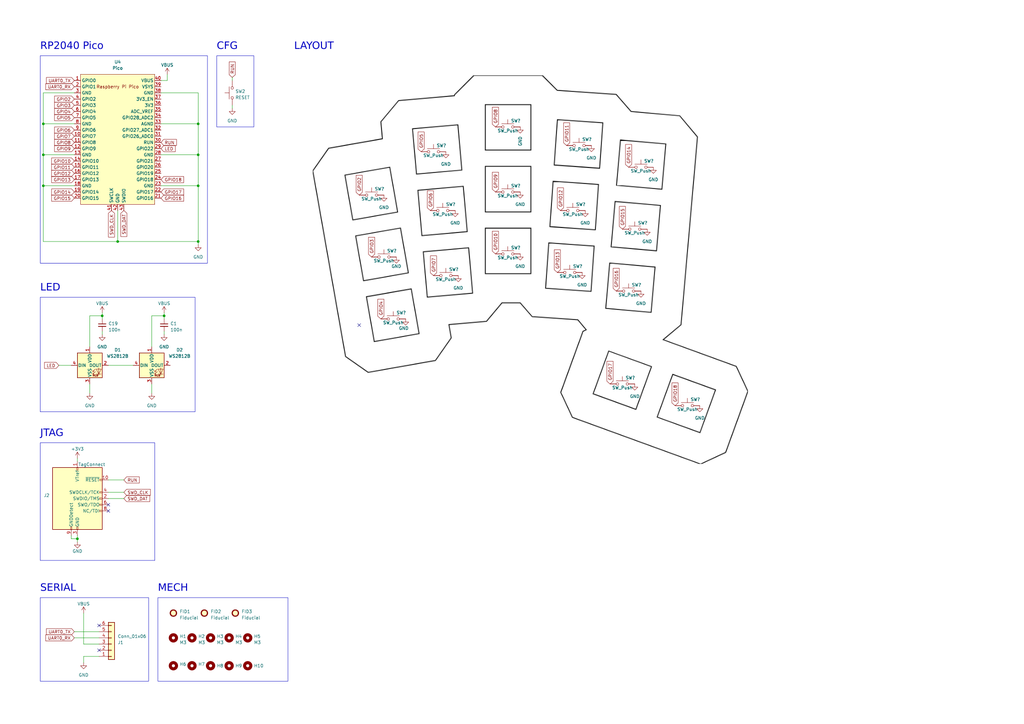
<source format=kicad_sch>
(kicad_sch (version 20230121) (generator eeschema)
  (paper "A3")
  (title_block (title "ergonomisk"))
  (lib_symbols
    (symbol "Connector:Conn_ARM_JTAG_SWD_10" (pin_names (offset 1.016))
      (property "Reference" "J" (at -2.54 16.51 0))
      (property "Value" "Conn_ARM_JTAG_SWD_10" (at -2.54 13.97 0))
      (symbol "Conn_ARM_JTAG_SWD_10_0_1"
        (rectangle (start -10.16 12.7) (end 10.16 -12.7) (stroke (width 0.254)) (fill (type background)))
        (rectangle (start -2.794 -12.7) (end -2.286 -11.684))
        (rectangle (start -0.254 -12.7) (end 0.254 -11.684))
        (rectangle (start -0.254 12.7) (end 0.254 11.684))
        (rectangle (start 9.144 2.286) (end 10.16 2.794))
        (rectangle (start 10.16 -2.794) (end 9.144 -2.286))
        (rectangle (start 10.16 -0.254) (end 9.144 0.254))
        (rectangle (start 10.16 7.874) (end 9.144 7.366))
      )
      (symbol "Conn_ARM_JTAG_SWD_10_1_1"
        (rectangle (start 9.144 -5.334) (end 10.16 -4.826))
        (pin power_in line (at 0 15.24 270) (length 2.54) (name "VTref") (number "1"))
        (pin open_collector line (at 12.7 7.62 180) (length 2.54) (name "~{RESET}") (number "10"))
        (pin bidirectional line (at 12.7 0 180) (length 2.54) (name "SWDIO/TMS") (number "2"))
        (pin power_in line (at 0 -15.24 90) (length 2.54) (name "GND") (number "3"))
        (pin output line (at 12.7 2.54 180) (length 2.54) (name "SWDCLK/TCK") (number "4"))
        (pin passive line (at 0 -15.24 90) (length 2.54) hide (name "GND") (number "5"))
        (pin input line (at 12.7 -2.54 180) (length 2.54) (name "SWO/TDO") (number "6"))
        (pin no_connect line (at -10.16 0 0) (length 2.54) hide (name "KEY") (number "7"))
        (pin output line (at 12.7 -5.08 180) (length 2.54) (name "NC/TDI") (number "8"))
        (pin passive line (at -2.54 -15.24 90) (length 2.54) (name "GNDDetect") (number "9"))
      )
    )
    (symbol "Connector_Generic:Conn_01x06" (pin_names (offset 1.016) hide)
      (property "Reference" "J" (at 0 7.62 0))
      (property "Value" "Conn_01x06" (at 0 -10.16 0))
      (symbol "Conn_01x06_1_1"
        (rectangle (start -1.27 -7.493) (end 0 -7.747) (stroke (width 0.1524)))
        (rectangle (start -1.27 -4.953) (end 0 -5.207) (stroke (width 0.1524)))
        (rectangle (start -1.27 -2.413) (end 0 -2.667) (stroke (width 0.1524)))
        (rectangle (start -1.27 0.127) (end 0 -0.127) (stroke (width 0.1524)))
        (rectangle (start -1.27 2.667) (end 0 2.413) (stroke (width 0.1524)))
        (rectangle (start -1.27 5.207) (end 0 4.953) (stroke (width 0.1524)))
        (rectangle (start -1.27 6.35) (end 1.27 -8.89) (stroke (width 0.254)) (fill (type background)))
        (pin passive line (at -5.08 5.08 0) (length 3.81) (name "Pin_1") (number "1"))
        (pin passive line (at -5.08 2.54 0) (length 3.81) (name "Pin_2") (number "2"))
        (pin passive line (at -5.08 0 0) (length 3.81) (name "Pin_3") (number "3"))
        (pin passive line (at -5.08 -2.54 0) (length 3.81) (name "Pin_4") (number "4"))
        (pin passive line (at -5.08 -5.08 0) (length 3.81) (name "Pin_5") (number "5"))
        (pin passive line (at -5.08 -7.62 0) (length 3.81) (name "Pin_6") (number "6"))
      )
    )
    (symbol "Device:C_Small" (pin_numbers hide) (pin_names (offset 0.254) hide)
      (property "Reference" "C" (at 0.254 1.778 0))
      (property "Value" "C_Small" (at 0.254 -2.032 0))
      (symbol "C_Small_0_1"
        (polyline (pts (xy -1.524 -0.508) (xy 1.524 -0.508)) (stroke (width 0.3302)))
        (polyline (pts (xy -1.524 0.508) (xy 1.524 0.508)) (stroke (width 0.3048)))
      )
      (symbol "C_Small_1_1"
        (pin passive line (at 0 2.54 270) (length 2.032) (name "~") (number "1"))
        (pin passive line (at 0 -2.54 90) (length 2.032) (name "~") (number "2"))
      )
    )
    (symbol "LED:WS2812B" (pin_names (offset 0.254))
      (property "Reference" "D" (at 5.08 5.715 0))
      (property "Value" "WS2812B" (at 1.27 -5.715 0))
      (symbol "WS2812B_0_0"
        (text "RGB" (at 2.286 -4.191 0) (effects (font (size 0.762 0.762))))
      )
      (symbol "WS2812B_0_1"
        (polyline (pts (xy 1.27 -3.556) (xy 1.778 -3.556)))
        (polyline (pts (xy 1.27 -2.54) (xy 1.778 -2.54)))
        (polyline (pts (xy 4.699 -3.556) (xy 2.667 -3.556)))
        (polyline (pts (xy 2.286 -2.54) (xy 1.27 -3.556) (xy 1.27 -3.048)))
        (polyline (pts (xy 2.286 -1.524) (xy 1.27 -2.54) (xy 1.27 -2.032)))
        (polyline (pts (xy 3.683 -1.016) (xy 3.683 -3.556) (xy 3.683 -4.064)))
        (polyline (pts (xy 4.699 -1.524) (xy 2.667 -1.524) (xy 3.683 -3.556) (xy 4.699 -1.524)))
        (rectangle (start 5.08 5.08) (end -5.08 -5.08) (stroke (width 0.254)) (fill (type background)))
      )
      (symbol "WS2812B_1_1"
        (pin power_in line (at 0 7.62 270) (length 2.54) (name "VDD") (number "1"))
        (pin output line (at 7.62 0 180) (length 2.54) (name "DOUT") (number "2"))
        (pin power_in line (at 0 -7.62 90) (length 2.54) (name "VSS") (number "3"))
        (pin input line (at -7.62 0 0) (length 2.54) (name "DIN") (number "4"))
      )
    )
    (symbol "Mechanical:Fiducial"
      (property "Reference" "FID" (at 0 5.08 0))
      (property "Value" "Fiducial" (at 0 3.175 0))
      (symbol "Fiducial_0_1"
        (circle (center 0 0) (radius 1.27) (stroke (width 0.508)) (fill (type background)))
      )
    )
    (symbol "Mechanical:MountingHole" (pin_names (offset 1.016))
      (property "Reference" "H" (at 0 5.08 0))
      (property "Value" "MountingHole" (at 0 3.175 0))
      (symbol "MountingHole_0_1"
        (circle (center 0 0) (radius 1.27) (stroke (width 1.27)))
      )
    )
    (symbol "Switch:SW_Push" (pin_numbers hide) (pin_names (offset 1.016) hide)
      (property "Reference" "SW" (at 1.27 2.54 0))
      (property "Value" "SW_Push" (at 0 -1.524 0))
      (symbol "SW_Push_0_1"
        (circle (center -2.032 0) (radius 0.508))
        (polyline (pts (xy 0 1.27) (xy 0 3.048)))
        (polyline (pts (xy 2.54 1.27) (xy -2.54 1.27)))
        (circle (center 2.032 0) (radius 0.508))
        (pin passive line (at -5.08 0 0) (length 2.54) (name "1") (number "1"))
        (pin passive line (at 5.08 0 180) (length 2.54) (name "2") (number "2"))
      )
    )
    (symbol "pico:Pico"
      (property "Reference" "U" (at -13.97 27.94 0))
      (property "Value" "Pico" (at 0 19.05 0))
      (symbol "Pico_0_0"
        (text "Raspberry Pi Pico" (at 0 21.59 0) (effects (font (size 1.27 1.27))))
      )
      (symbol "Pico_0_1"
        (rectangle (start -15.24 26.67) (end 15.24 -26.67) (fill (type background)))
      )
      (symbol "Pico_1_1"
        (pin bidirectional line (at -17.78 24.13 0) (length 2.54) (name "GPIO0") (number "1"))
        (pin bidirectional line (at -17.78 1.27 0) (length 2.54) (name "GPIO7") (number "10"))
        (pin bidirectional line (at -17.78 -1.27 0) (length 2.54) (name "GPIO8") (number "11"))
        (pin bidirectional line (at -17.78 -3.81 0) (length 2.54) (name "GPIO9") (number "12"))
        (pin power_in line (at -17.78 -6.35 0) (length 2.54) (name "GND") (number "13"))
        (pin bidirectional line (at -17.78 -8.89 0) (length 2.54) (name "GPIO10") (number "14"))
        (pin bidirectional line (at -17.78 -11.43 0) (length 2.54) (name "GPIO11") (number "15"))
        (pin bidirectional line (at -17.78 -13.97 0) (length 2.54) (name "GPIO12") (number "16"))
        (pin bidirectional line (at -17.78 -16.51 0) (length 2.54) (name "GPIO13") (number "17"))
        (pin power_in line (at -17.78 -19.05 0) (length 2.54) (name "GND") (number "18"))
        (pin bidirectional line (at -17.78 -21.59 0) (length 2.54) (name "GPIO14") (number "19"))
        (pin bidirectional line (at -17.78 21.59 0) (length 2.54) (name "GPIO1") (number "2"))
        (pin bidirectional line (at -17.78 -24.13 0) (length 2.54) (name "GPIO15") (number "20"))
        (pin bidirectional line (at 17.78 -24.13 180) (length 2.54) (name "GPIO16") (number "21"))
        (pin bidirectional line (at 17.78 -21.59 180) (length 2.54) (name "GPIO17") (number "22"))
        (pin power_in line (at 17.78 -19.05 180) (length 2.54) (name "GND") (number "23"))
        (pin bidirectional line (at 17.78 -16.51 180) (length 2.54) (name "GPIO18") (number "24"))
        (pin bidirectional line (at 17.78 -13.97 180) (length 2.54) (name "GPIO19") (number "25"))
        (pin bidirectional line (at 17.78 -11.43 180) (length 2.54) (name "GPIO20") (number "26"))
        (pin bidirectional line (at 17.78 -8.89 180) (length 2.54) (name "GPIO21") (number "27"))
        (pin power_in line (at 17.78 -6.35 180) (length 2.54) (name "GND") (number "28"))
        (pin bidirectional line (at 17.78 -3.81 180) (length 2.54) (name "GPIO22") (number "29"))
        (pin power_in line (at -17.78 19.05 0) (length 2.54) (name "GND") (number "3"))
        (pin input line (at 17.78 -1.27 180) (length 2.54) (name "RUN") (number "30"))
        (pin bidirectional line (at 17.78 1.27 180) (length 2.54) (name "GPIO26_ADC0") (number "31"))
        (pin bidirectional line (at 17.78 3.81 180) (length 2.54) (name "GPIO27_ADC1") (number "32"))
        (pin power_in line (at 17.78 6.35 180) (length 2.54) (name "AGND") (number "33"))
        (pin bidirectional line (at 17.78 8.89 180) (length 2.54) (name "GPIO28_ADC2") (number "34"))
        (pin power_in line (at 17.78 11.43 180) (length 2.54) (name "ADC_VREF") (number "35"))
        (pin power_in line (at 17.78 13.97 180) (length 2.54) (name "3V3") (number "36"))
        (pin input line (at 17.78 16.51 180) (length 2.54) (name "3V3_EN") (number "37"))
        (pin bidirectional line (at 17.78 19.05 180) (length 2.54) (name "GND") (number "38"))
        (pin power_in line (at 17.78 21.59 180) (length 2.54) (name "VSYS") (number "39"))
        (pin bidirectional line (at -17.78 16.51 0) (length 2.54) (name "GPIO2") (number "4"))
        (pin power_in line (at 17.78 24.13 180) (length 2.54) (name "VBUS") (number "40"))
        (pin input line (at -2.54 -29.21 90) (length 2.54) (name "SWCLK") (number "41"))
        (pin power_in line (at 0 -29.21 90) (length 2.54) (name "GND") (number "42"))
        (pin bidirectional line (at 2.54 -29.21 90) (length 2.54) (name "SWDIO") (number "43"))
        (pin bidirectional line (at -17.78 13.97 0) (length 2.54) (name "GPIO3") (number "5"))
        (pin bidirectional line (at -17.78 11.43 0) (length 2.54) (name "GPIO4") (number "6"))
        (pin bidirectional line (at -17.78 8.89 0) (length 2.54) (name "GPIO5") (number "7"))
        (pin power_in line (at -17.78 6.35 0) (length 2.54) (name "GND") (number "8"))
        (pin bidirectional line (at -17.78 3.81 0) (length 2.54) (name "GPIO6") (number "9"))
      )
    )
    (symbol "power:+3V3" (power) (pin_names (offset 0))
      (property "Value" "+3V3" (at 0 3.556 0))
      (symbol "+3V3_0_1"
        (polyline (pts (xy -0.762 1.27) (xy 0 2.54)))
        (polyline (pts (xy 0 0) (xy 0 2.54)))
        (polyline (pts (xy 0 2.54) (xy 0.762 1.27)))
      )
      (symbol "+3V3_1_1"
        (pin power_in line (at 0 0 90) (length 0) hide (name "+3V3") (number "1"))
      )
    )
    (symbol "power:GND" (power) (pin_names (offset 0))
      (property "Value" "GND" (at 0 -3.81 0))
      (symbol "GND_0_1"
        (polyline (pts (xy 0 0) (xy 0 -1.27) (xy 1.27 -1.27) (xy 0 -2.54) (xy -1.27 -1.27) (xy 0 -1.27)))
      )
      (symbol "GND_1_1"
        (pin power_in line (at 0 0 270) (length 0) hide (name "GND") (number "1"))
      )
    )
    (symbol "power:VBUS" (power) (pin_names (offset 0))
      (property "Value" "VBUS" (at 0 3.81 0))
      (symbol "VBUS_0_1"
        (polyline (pts (xy -0.762 1.27) (xy 0 2.54)))
        (polyline (pts (xy 0 0) (xy 0 2.54)))
        (polyline (pts (xy 0 2.54) (xy 0.762 1.27)))
      )
      (symbol "VBUS_1_1"
        (pin power_in line (at 0 0 90) (length 0) hide (name "VBUS") (number "1"))
      )
    )
  )
  (junction (at 81.28 50.8))
  (junction (at 81.28 76.2))
  (junction (at 67.31 129.54))
  (junction (at 17.78 76.2))
  (junction (at 41.91 129.54))
  (junction (at 17.78 50.8))
  (junction (at 48.26 99.06))
  (junction (at 81.28 99.06))
  (junction (at 31.75 220.98))
  (junction (at 17.78 63.5))
  (junction (at 81.28 63.5))
  (no_connect (at 40.64 256.54))
  (no_connect (at 147.32 133.35))
  (no_connect (at 44.45 207.01))
  (no_connect (at 44.45 209.55))
  (no_connect (at 40.64 266.7))
  (wire (pts (xy 81.28 63.5) (xy 81.28 50.8)))
  (wire (pts (xy 81.28 76.2) (xy 81.28 63.5)))
  (wire (pts (xy 81.28 38.1) (xy 66.04 38.1)))
  (wire (pts (xy 34.29 269.24) (xy 34.29 271.78)))
  (wire (pts (xy 67.31 129.54) (xy 67.31 130.81)))
  (wire (pts (xy 30.48 50.8) (xy 17.78 50.8)))
  (wire (pts (xy 31.75 187.96) (xy 31.75 189.23)))
  (wire (pts (xy 44.45 149.86) (xy 54.61 149.86)))
  (wire (pts (xy 95.25 31.75) (xy 95.25 33.02)))
  (wire (pts (xy 41.91 135.89) (xy 41.91 137.16)))
  (wire (pts (xy 67.31 128.27) (xy 67.31 129.54)))
  (wire (pts (xy 31.75 219.71) (xy 31.75 220.98)))
  (wire (pts (xy 17.78 99.06) (xy 17.78 76.2)))
  (wire (pts (xy 81.28 100.33) (xy 81.28 99.06)))
  (wire (pts (xy 44.45 204.47) (xy 50.8 204.47)))
  (wire (pts (xy 30.48 38.1) (xy 17.78 38.1)))
  (wire (pts (xy 66.04 50.8) (xy 81.28 50.8)))
  (wire (pts (xy 17.78 76.2) (xy 30.48 76.2)))
  (wire (pts (xy 36.83 157.48) (xy 36.83 161.29)))
  (wire (pts (xy 30.48 261.62) (xy 40.64 261.62)))
  (wire (pts (xy 40.64 264.16) (xy 34.29 264.16)))
  (wire (pts (xy 48.26 86.36) (xy 48.26 99.06)))
  (wire (pts (xy 68.58 33.02) (xy 66.04 33.02)))
  (wire (pts (xy 81.28 99.06) (xy 81.28 76.2)))
  (wire (pts (xy 30.48 63.5) (xy 17.78 63.5)))
  (wire (pts (xy 31.75 220.98) (xy 31.75 222.25)))
  (wire (pts (xy 29.21 219.71) (xy 29.21 220.98)))
  (wire (pts (xy 66.04 76.2) (xy 81.28 76.2)))
  (wire (pts (xy 17.78 50.8) (xy 17.78 63.5)))
  (wire (pts (xy 34.29 264.16) (xy 34.29 251.46)))
  (wire (pts (xy 29.21 220.98) (xy 31.75 220.98)))
  (wire (pts (xy 17.78 63.5) (xy 17.78 76.2)))
  (wire (pts (xy 40.64 269.24) (xy 34.29 269.24)))
  (wire (pts (xy 66.04 63.5) (xy 81.28 63.5)))
  (wire (pts (xy 48.26 99.06) (xy 81.28 99.06)))
  (wire (pts (xy 67.31 135.89) (xy 67.31 137.16)))
  (wire (pts (xy 95.25 43.18) (xy 95.25 44.45)))
  (wire (pts (xy 24.13 149.86) (xy 29.21 149.86)))
  (wire (pts (xy 36.83 142.24) (xy 36.83 129.54)))
  (wire (pts (xy 44.45 196.85) (xy 50.8 196.85)))
  (wire (pts (xy 17.78 38.1) (xy 17.78 50.8)))
  (wire (pts (xy 68.58 30.48) (xy 68.58 33.02)))
  (wire (pts (xy 62.23 157.48) (xy 62.23 161.29)))
  (wire (pts (xy 62.23 142.24) (xy 62.23 129.54)))
  (wire (pts (xy 81.28 50.8) (xy 81.28 38.1)))
  (wire (pts (xy 48.26 99.06) (xy 17.78 99.06)))
  (wire (pts (xy 36.83 129.54) (xy 41.91 129.54)))
  (wire (pts (xy 30.48 259.08) (xy 40.64 259.08)))
  (wire (pts (xy 41.91 129.54) (xy 41.91 130.81)))
  (wire (pts (xy 41.91 128.27) (xy 41.91 129.54)))
  (wire (pts (xy 62.23 129.54) (xy 67.31 129.54)))
  (wire (pts (xy 44.45 201.93) (xy 50.8 201.93)))
  (rectangle (start 16.51 245.11) (end 60.96 279.4))
  (rectangle (start 16.51 181.61) (end 63.5 229.87))
  (rectangle (start 16.51 22.86) (end 85.09 107.95))
  (rectangle (start 88.9 22.86) (end 104.14 52.07))
  (rectangle (start 16.51 121.92) (end 80.01 168.91))
  (rectangle (start 64.77 245.11) (end 118.11 279.4))
  (image (at 217.17 110.49) (scale 2.21912))
  (text "JTAG" (at 16.51 180.34 0) (effects (font (size 3 3)) (justify left bottom)))
  (text "CFG" (at 88.9 21.59 0) (effects (font (size 3 3)) (justify left bottom)))
  (text "MECH" (at 64.77 243.84 0) (effects (font (size 3 3)) (justify left bottom)))
  (text "SERIAL" (at 16.51 243.84 0) (effects (font (size 3 3)) (justify left bottom)))
  (text "LAYOUT" (at 120.65 21.59 0) (effects (font (size 3 3)) (justify left bottom)))
  (text "LED" (at 16.51 120.65 0) (effects (font (size 3 3)) (justify left bottom)))
  (text "RP2040 Pico" (at 16.51 21.59 0) (effects (font (size 3 3)) (justify left bottom)))
  (global_label "GPIO11" (shape input) (at 232.41 59.69 90) (property "Intersheetrefs" "${INTERSHEET_REFS}" (effects hide)))
  (global_label "GPIO6" (shape input) (at 30.48 53.34 180) (property "Intersheetrefs" "${INTERSHEET_REFS}" (effects hide)))
  (global_label "GPIO3" (shape input) (at 30.48 43.18 180) (property "Intersheetrefs" "${INTERSHEET_REFS}" (effects hide)))
  (global_label "GPIO9" (shape input) (at 203.2 78.74 90) (property "Intersheetrefs" "${INTERSHEET_REFS}" (effects hide)))
  (global_label "GPIO16" (shape input) (at 66.04 81.28 0) (property "Intersheetrefs" "${INTERSHEET_REFS}" (effects hide)))
  (global_label "GPIO18" (shape input) (at 276.86 166.37 90) (property "Intersheetrefs" "${INTERSHEET_REFS}" (effects hide)))
  (global_label "GPIO8" (shape input) (at 30.48 58.42 180) (property "Intersheetrefs" "${INTERSHEET_REFS}" (effects hide)))
  (global_label "GPIO14" (shape input) (at 257.81 68.58 90) (property "Intersheetrefs" "${INTERSHEET_REFS}" (effects hide)))
  (global_label "UART0_RX" (shape input) (at 30.48 35.56 180) (property "Intersheetrefs" "${INTERSHEET_REFS}" (effects hide)))
  (global_label "GPIO3" (shape input) (at 152.4 105.41 90) (property "Intersheetrefs" "${INTERSHEET_REFS}" (effects hide)))
  (global_label "GPIO7" (shape input) (at 177.8 113.03 90) (property "Intersheetrefs" "${INTERSHEET_REFS}" (effects hide)))
  (global_label "RUN" (shape input) (at 50.8 196.85 0) (property "Intersheetrefs" "${INTERSHEET_REFS}" (effects hide)))
  (global_label "UART0_TX" (shape input) (at 30.48 259.08 180) (property "Intersheetrefs" "${INTERSHEET_REFS}" (effects hide)))
  (global_label "GPIO9" (shape input) (at 30.48 60.96 180) (property "Intersheetrefs" "${INTERSHEET_REFS}" (effects hide)))
  (global_label "LED" (shape input) (at 24.13 149.86 180) (property "Intersheetrefs" "${INTERSHEET_REFS}" (effects hide)))
  (global_label "GPIO2" (shape input) (at 147.32 80.01 90) (property "Intersheetrefs" "${INTERSHEET_REFS}" (effects hide)))
  (global_label "GPIO12" (shape input) (at 229.87 86.36 90) (property "Intersheetrefs" "${INTERSHEET_REFS}" (effects hide)))
  (global_label "GPIO13" (shape input) (at 30.48 73.66 180) (property "Intersheetrefs" "${INTERSHEET_REFS}" (effects hide)))
  (global_label "GPIO8" (shape input) (at 203.2 52.07 90) (property "Intersheetrefs" "${INTERSHEET_REFS}" (effects hide)))
  (global_label "GPIO17" (shape input) (at 66.04 78.74 0) (property "Intersheetrefs" "${INTERSHEET_REFS}" (effects hide)))
  (global_label "UART0_TX" (shape input) (at 30.48 33.02 180) (property "Intersheetrefs" "${INTERSHEET_REFS}" (effects hide)))
  (global_label "GPIO7" (shape input) (at 30.48 55.88 180) (property "Intersheetrefs" "${INTERSHEET_REFS}" (effects hide)))
  (global_label "SWD_CLK" (shape input) (at 45.72 86.36 270) (property "Intersheetrefs" "${INTERSHEET_REFS}" (effects hide)))
  (global_label "GPIO18" (shape input) (at 66.04 73.66 0) (property "Intersheetrefs" "${INTERSHEET_REFS}" (effects hide)))
  (global_label "GPIO12" (shape input) (at 30.48 71.12 180) (property "Intersheetrefs" "${INTERSHEET_REFS}" (effects hide)))
  (global_label "GPIO10" (shape input) (at 203.2 104.14 90) (property "Intersheetrefs" "${INTERSHEET_REFS}" (effects hide)))
  (global_label "GPIO11" (shape input) (at 30.48 68.58 180) (property "Intersheetrefs" "${INTERSHEET_REFS}" (effects hide)))
  (global_label "GPIO13" (shape input) (at 228.6 111.76 90) (property "Intersheetrefs" "${INTERSHEET_REFS}" (effects hide)))
  (global_label "RUN" (shape input) (at 66.04 58.42 0) (property "Intersheetrefs" "${INTERSHEET_REFS}" (effects hide)))
  (global_label "GPIO5" (shape input) (at 30.48 48.26 180) (property "Intersheetrefs" "${INTERSHEET_REFS}" (effects hide)))
  (global_label "GPIO10" (shape input) (at 30.48 66.04 180) (property "Intersheetrefs" "${INTERSHEET_REFS}" (effects hide)))
  (global_label "UART0_RX" (shape input) (at 30.48 261.62 180) (property "Intersheetrefs" "${INTERSHEET_REFS}" (effects hide)))
  (global_label "LED" (shape input) (at 66.04 60.96 0) (property "Intersheetrefs" "${INTERSHEET_REFS}" (effects hide)))
  (global_label "SWD_CLK" (shape input) (at 50.8 201.93 0) (property "Intersheetrefs" "${INTERSHEET_REFS}" (effects hide)))
  (global_label "SWD_DAT" (shape input) (at 50.8 204.47 0) (property "Intersheetrefs" "${INTERSHEET_REFS}" (effects hide)))
  (global_label "GPIO15" (shape input) (at 30.48 81.28 180) (property "Intersheetrefs" "${INTERSHEET_REFS}" (effects hide)))
  (global_label "GPIO5" (shape input) (at 172.72 62.23 90) (property "Intersheetrefs" "${INTERSHEET_REFS}" (effects hide)))
  (global_label "GPIO16" (shape input) (at 252.73 119.38 90) (property "Intersheetrefs" "${INTERSHEET_REFS}" (effects hide)))
  (global_label "GPIO4" (shape input) (at 30.48 45.72 180) (property "Intersheetrefs" "${INTERSHEET_REFS}" (effects hide)))
  (global_label "SWD_DAT" (shape input) (at 50.8 86.36 270) (property "Intersheetrefs" "${INTERSHEET_REFS}" (effects hide)))
  (global_label "GPIO17" (shape input) (at 250.19 157.48 90) (property "Intersheetrefs" "${INTERSHEET_REFS}" (effects hide)))
  (global_label "GPIO14" (shape input) (at 30.48 78.74 180) (property "Intersheetrefs" "${INTERSHEET_REFS}" (effects hide)))
  (global_label "GPIO4" (shape input) (at 156.21 130.81 90) (property "Intersheetrefs" "${INTERSHEET_REFS}" (effects hide)))
  (global_label "GPIO15" (shape input) (at 255.27 93.98 90) (property "Intersheetrefs" "${INTERSHEET_REFS}" (effects hide)))
  (global_label "GPIO2" (shape input) (at 30.48 40.64 180) (property "Intersheetrefs" "${INTERSHEET_REFS}" (effects hide)))
  (global_label "GPIO6" (shape input) (at 176.53 86.36 90) (property "Intersheetrefs" "${INTERSHEET_REFS}" (effects hide)))
  (global_label "RUN" (shape input) (at 95.25 31.75 90) (property "Intersheetrefs" "${INTERSHEET_REFS}" (effects hide)))
  (symbol (lib_id "power:GND") (at 36.83 161.29 0) (unit 1)
    (property "Reference" "#PWR052" (effects hide))
    (property "Value" "GND" (at 36.83 166.37 0))
  )
  (symbol (lib_id "power:GND") (at 41.91 137.16 0) (unit 1)
    (property "Reference" "#PWR054" (effects hide))
    (property "Value" "GND" (at 41.91 142.24 0))
  )
  (symbol (lib_id "power:GND") (at 95.25 44.45 0) (unit 1)
    (property "Reference" "#PWR045" (effects hide))
    (property "Value" "GND" (at 95.25 49.53 0))
  )
  (symbol (lib_id "LED:WS2812B") (at 36.83 149.86 0) (unit 1)
    (property "Reference" "D1" (at 48.26 143.51 0))
    (property "Value" "WS2812B" (at 48.26 146.05 0))
    (property "Footprint" "LED_SMD:LED_WS2812B_PLCC4_5.0x5.0mm_P3.2mm" (effects hide))
    (property "Datasheet" "https://cdn-shop.adafruit.com/datasheets/WS2812B.pdf" (effects hide))
    (property "MPN" "C2874885" (effects hide))
  )
  (symbol (lib_id "Switch:SW_Push") (at 281.94 166.37 0) (unit 1)
    (property "Reference" "SW?" (at 283.21 163.83 0) (effects (justify left)))
    (property "Value" "SW_Push" (at 281.94 167.894 0))
    (property "Footprint" "PCM_Switch_Keyboard_Hotswap_Kailh:SW_Hotswap_Kailh_MX" (effects hide))
    (property "MPN" "C5156480" (effects hide))
  )
  (symbol (lib_id "power:GND") (at 81.28 100.33 0) (unit 1)
    (property "Reference" "#PWR04" (effects hide))
    (property "Value" "GND" (at 81.28 105.41 0))
  )
  (symbol (lib_id "power:GND") (at 34.29 271.78 0) (unit 1)
    (property "Reference" "#PWR055" (effects hide))
    (property "Value" "GND" (at 34.29 276.86 0))
  )
  (symbol (lib_id "Switch:SW_Push") (at 208.28 104.14 0) (unit 1)
    (property "Reference" "SW?" (at 209.55 101.6 0) (effects (justify left)))
    (property "Value" "SW_Push" (at 208.28 105.664 0))
    (property "Footprint" "PCM_Switch_Keyboard_Hotswap_Kailh:SW_Hotswap_Kailh_MX" (effects hide))
    (property "MPN" "C5156480" (effects hide))
  )
  (symbol (lib_id "Mechanical:MountingHole") (at 93.98 273.05 0) (unit 1)
    (property "Reference" "H9" (at 96.52 273.05 0) (effects (justify left)))
    (property "Value" "MountingHole" (effects hide))
    (property "Footprint" "ergonomisk:MountingHoleM8" (effects hide))
  )
  (symbol (lib_id "power:GND") (at 262.89 119.38 0) (unit 1)
    (property "Reference" "#PWR015" (effects hide))
    (property "Value" "GND" (at 262.89 124.46 0))
  )
  (symbol (lib_id "power:GND") (at 265.43 93.98 0) (unit 1)
    (property "Reference" "#PWR014" (effects hide))
    (property "Value" "GND" (at 265.43 99.06 0))
  )
  (symbol (lib_id "Switch:SW_Push") (at 257.81 119.38 0) (unit 1)
    (property "Reference" "SW?" (at 259.08 116.84 0) (effects (justify left)))
    (property "Value" "SW_Push" (at 257.81 120.904 0))
    (property "Footprint" "PCM_Switch_Keyboard_Hotswap_Kailh:SW_Hotswap_Kailh_MX" (effects hide))
    (property "MPN" "C5156480" (effects hide))
  )
  (symbol (lib_id "Mechanical:MountingHole") (at 86.36 261.62 0) (unit 1)
    (property "Reference" "H3" (at 88.9 260.985 0) (effects (justify left)))
    (property "Value" "M3" (at 88.9 263.525 0) (effects (justify left)))
    (property "Footprint" "MountingHole:MountingHole_3.2mm_M3_ISO14580" (effects hide))
  )
  (symbol (lib_id "power:GND") (at 238.76 111.76 0) (unit 1)
    (property "Reference" "#PWR012" (effects hide))
    (property "Value" "GND" (at 238.76 116.84 0))
  )
  (symbol (lib_id "Device:C_Small") (at 41.91 133.35 0) (unit 1)
    (property "Reference" "C19" (at 44.45 132.7213 0) (effects (justify left)))
    (property "Value" "100n" (at 44.45 135.2613 0) (effects (justify left)))
    (property "Footprint" "Capacitor_SMD:C_0402_1005Metric" (effects hide))
  )
  (symbol (lib_id "Mechanical:MountingHole") (at 78.74 261.62 0) (unit 1)
    (property "Reference" "H2" (at 81.28 260.985 0) (effects (justify left)))
    (property "Value" "M3" (at 81.28 263.525 0) (effects (justify left)))
    (property "Footprint" "MountingHole:MountingHole_3.2mm_M3_ISO14580" (effects hide))
  )
  (symbol (lib_id "power:VBUS") (at 41.91 128.27 0) (unit 1)
    (property "Reference" "#PWR053" (effects hide))
    (property "Value" "VBUS" (at 41.91 124.46 0))
  )
  (symbol (lib_id "Connector:Conn_ARM_JTAG_SWD_10") (at 31.75 204.47 0) (unit 1)
    (property "Reference" "J2" (at 20.32 203.2 0) (effects (justify right)))
    (property "Value" "TagConnect" (at 43.18 190.5 0) (effects (justify right)))
    (property "Footprint" "Connector:Tag-Connect_TC2050-IDC-FP_2x05_P1.27mm_Vertical" (effects hide))
    (property "Datasheet" "http://infocenter.arm.com/help/topic/com.arm.doc.ddi0314h/DDI0314H_coresight_components_trm.pdf" (effects hide))
  )
  (symbol (lib_id "Mechanical:MountingHole") (at 93.98 261.62 0) (unit 1)
    (property "Reference" "H4" (at 96.52 260.985 0) (effects (justify left)))
    (property "Value" "M3" (at 96.52 263.525 0) (effects (justify left)))
    (property "Footprint" "MountingHole:MountingHole_3.2mm_M3_ISO14580" (effects hide))
  )
  (symbol (lib_id "Switch:SW_Push") (at 260.35 93.98 0) (unit 1)
    (property "Reference" "SW?" (at 261.62 91.44 0) (effects (justify left)))
    (property "Value" "SW_Push" (at 260.35 95.504 0))
    (property "Footprint" "PCM_Switch_Keyboard_Hotswap_Kailh:SW_Hotswap_Kailh_MX" (effects hide))
    (property "MPN" "C5156480" (effects hide))
  )
  (symbol (lib_id "power:GND") (at 182.88 62.23 0) (unit 1)
    (property "Reference" "#PWR028" (effects hide))
    (property "Value" "GND" (at 182.88 67.31 0))
  )
  (symbol (lib_id "power:VBUS") (at 34.29 251.46 0) (unit 1)
    (property "Reference" "#PWR056" (effects hide))
    (property "Value" "VBUS" (at 34.29 247.65 0))
  )
  (symbol (lib_id "power:GND") (at 31.75 222.25 0) (unit 1)
    (property "Reference" "#PWR057" (effects hide))
    (property "Value" "GND" (at 31.75 226.06 0))
  )
  (symbol (lib_id "Device:C_Small") (at 67.31 133.35 0) (unit 1)
    (property "Reference" "C1" (at 69.85 132.7213 0) (effects (justify left)))
    (property "Value" "100n" (at 69.85 135.2613 0) (effects (justify left)))
    (property "Footprint" "Capacitor_SMD:C_0402_1005Metric" (effects hide))
  )
  (symbol (lib_id "power:GND") (at 186.69 86.36 0) (unit 1)
    (property "Reference" "#PWR029" (effects hide))
    (property "Value" "GND" (at 186.69 91.44 0))
  )
  (symbol (lib_id "power:GND") (at 260.35 157.48 0) (unit 1)
    (property "Reference" "#PWR016" (effects hide))
    (property "Value" "GND" (at 260.35 162.56 0))
  )
  (symbol (lib_id "power:VBUS") (at 67.31 128.27 0) (unit 1)
    (property "Reference" "#PWR02" (effects hide))
    (property "Value" "VBUS" (at 67.31 124.46 0))
  )
  (symbol (lib_id "Switch:SW_Push") (at 181.61 86.36 0) (unit 1)
    (property "Reference" "SW?" (at 182.88 83.82 0) (effects (justify left)))
    (property "Value" "SW_Push" (at 181.61 87.884 0))
    (property "Footprint" "PCM_Switch_Keyboard_Hotswap_Kailh:SW_Hotswap_Kailh_MX" (effects hide))
    (property "MPN" "C5156480" (effects hide))
  )
  (symbol (lib_id "power:GND") (at 240.03 86.36 0) (unit 1)
    (property "Reference" "#PWR011" (effects hide))
    (property "Value" "GND" (at 240.03 91.44 0))
  )
  (symbol (lib_id "power:+3V3") (at 31.75 187.96 0) (unit 1)
    (property "Reference" "#PWR058" (effects hide))
    (property "Value" "+3V3" (at 31.75 184.15 0))
  )
  (symbol (lib_id "power:GND") (at 213.36 104.14 0) (unit 1)
    (property "Reference" "#PWR033" (effects hide))
    (property "Value" "GND" (at 213.36 109.22 0))
  )
  (symbol (lib_id "power:GND") (at 157.48 80.01 0) (unit 1)
    (property "Reference" "#PWR025" (effects hide))
    (property "Value" "GND" (at 157.48 85.09 0))
  )
  (symbol (lib_id "LED:WS2812B") (at 62.23 149.86 0) (unit 1)
    (property "Reference" "D2" (at 73.66 143.51 0))
    (property "Value" "WS2812B" (at 73.66 146.05 0))
    (property "Footprint" "LED_SMD:LED_WS2812B_PLCC4_5.0x5.0mm_P3.2mm" (effects hide))
    (property "Datasheet" "https://cdn-shop.adafruit.com/datasheets/WS2812B.pdf" (effects hide))
    (property "MPN" "C2874885" (effects hide))
  )
  (symbol (lib_id "Connector_Generic:Conn_01x06") (at 45.72 264.16 0) (mirror x) (unit 1)
    (property "Reference" "J1" (at 48.26 263.525 0) (effects (justify left)))
    (property "Value" "Conn_01x06" (at 48.26 260.985 0) (effects (justify left)))
    (property "Footprint" "Connector_PinHeader_2.54mm:PinHeader_1x06_P2.54mm_Vertical" (effects hide))
    (property "MPN" "DNP" (effects hide))
  )
  (symbol (lib_id "pico:Pico") (at 48.26 57.15 0) (unit 1)
    (property "Reference" "U4" (at 48.26 25.4 0))
    (property "Value" "Pico" (at 48.26 27.94 0))
    (property "Footprint" "ergonomisk:RPi_Pico_SMD_TH" (effects hide))
  )
  (symbol (lib_id "power:GND") (at 267.97 68.58 0) (unit 1)
    (property "Reference" "#PWR013" (effects hide))
    (property "Value" "GND" (at 267.97 73.66 0))
  )
  (symbol (lib_id "Switch:SW_Push") (at 161.29 130.81 0) (unit 1)
    (property "Reference" "SW?" (at 162.56 128.27 0) (effects (justify left)))
    (property "Value" "SW_Push" (at 161.29 132.334 0))
    (property "Footprint" "PCM_Switch_Keyboard_Hotswap_Kailh:SW_Hotswap_Kailh_MX" (effects hide))
    (property "MPN" "C5156480" (effects hide))
  )
  (symbol (lib_id "Mechanical:Fiducial") (at 71.12 251.46 0) (unit 1)
    (property "Reference" "FID1" (at 73.66 250.825 0) (effects (justify left)))
    (property "Value" "Fiducial" (at 73.66 253.365 0) (effects (justify left)))
    (property "Footprint" "Fiducial:Fiducial_1mm_Mask2mm" (effects hide))
  )
  (symbol (lib_id "Switch:SW_Push") (at 237.49 59.69 0) (unit 1)
    (property "Reference" "SW?" (at 238.76 57.15 0) (effects (justify left)))
    (property "Value" "SW_Push" (at 237.49 61.214 0))
    (property "Footprint" "PCM_Switch_Keyboard_Hotswap_Kailh:SW_Hotswap_Kailh_MX" (effects hide))
    (property "MPN" "C5156480" (effects hide))
  )
  (symbol (lib_id "power:GND") (at 213.36 52.07 0) (unit 1)
    (property "Reference" "#PWR031" (effects hide))
    (property "Value" "GND" (at 213.36 55.88 90) (effects (justify right)))
  )
  (symbol (lib_id "Mechanical:Fiducial") (at 96.52 251.46 0) (unit 1)
    (property "Reference" "FID3" (at 99.06 250.825 0) (effects (justify left)))
    (property "Value" "Fiducial" (at 99.06 253.365 0) (effects (justify left)))
    (property "Footprint" "Fiducial:Fiducial_1mm_Mask2mm" (effects hide))
  )
  (symbol (lib_id "Switch:SW_Push") (at 255.27 157.48 0) (unit 1)
    (property "Reference" "SW?" (at 256.54 154.94 0) (effects (justify left)))
    (property "Value" "SW_Push" (at 255.27 159.004 0))
    (property "Footprint" "PCM_Switch_Keyboard_Hotswap_Kailh:SW_Hotswap_Kailh_MX" (effects hide))
    (property "MPN" "C5156480" (effects hide))
  )
  (symbol (lib_id "Mechanical:MountingHole") (at 71.12 273.05 0) (unit 1)
    (property "Reference" "H6" (at 73.66 272.415 0) (effects (justify left)))
    (property "Value" "MountingHole" (effects hide))
    (property "Footprint" "ergonomisk:MountingHoleM8" (effects hide))
  )
  (symbol (lib_id "power:GND") (at 67.31 137.16 0) (unit 1)
    (property "Reference" "#PWR03" (effects hide))
    (property "Value" "GND" (at 67.31 142.24 0))
  )
  (symbol (lib_id "power:GND") (at 62.23 161.29 0) (unit 1)
    (property "Reference" "#PWR01" (effects hide))
    (property "Value" "GND" (at 62.23 166.37 0))
  )
  (symbol (lib_id "Switch:SW_Push") (at 233.68 111.76 0) (unit 1)
    (property "Reference" "SW?" (at 234.95 109.22 0) (effects (justify left)))
    (property "Value" "SW_Push" (at 233.68 113.284 0))
    (property "Footprint" "PCM_Switch_Keyboard_Hotswap_Kailh:SW_Hotswap_Kailh_MX" (effects hide))
    (property "MPN" "C5156480" (effects hide))
  )
  (symbol (lib_id "power:GND") (at 213.36 78.74 0) (unit 1)
    (property "Reference" "#PWR032" (effects hide))
    (property "Value" "GND" (at 213.36 83.82 0))
  )
  (symbol (lib_id "Mechanical:MountingHole") (at 86.36 273.05 0) (unit 1)
    (property "Reference" "H8" (at 88.9 273.05 0) (effects (justify left)))
    (property "Value" "MountingHole" (effects hide))
    (property "Footprint" "ergonomisk:MountingHoleM8" (effects hide))
  )
  (symbol (lib_id "Mechanical:MountingHole") (at 78.74 273.05 0) (unit 1)
    (property "Reference" "H7" (at 81.28 272.415 0) (effects (justify left)))
    (property "Value" "MountingHole" (effects hide))
    (property "Footprint" "ergonomisk:MountingHoleM8" (effects hide))
  )
  (symbol (lib_id "Switch:SW_Push") (at 262.89 68.58 0) (unit 1)
    (property "Reference" "SW?" (at 264.16 66.04 0) (effects (justify left)))
    (property "Value" "SW_Push" (at 262.89 70.104 0))
    (property "Footprint" "PCM_Switch_Keyboard_Hotswap_Kailh:SW_Hotswap_Kailh_MX" (effects hide))
    (property "MPN" "C5156480" (effects hide))
  )
  (symbol (lib_id "Mechanical:MountingHole") (at 101.6 273.05 0) (unit 1)
    (property "Reference" "H10" (at 104.14 273.05 0) (effects (justify left)))
    (property "Value" "MountingHole" (effects hide))
    (property "Footprint" "ergonomisk:MountingHoleM8" (effects hide))
  )
  (symbol (lib_id "power:VBUS") (at 68.58 30.48 0) (unit 1)
    (property "Reference" "#PWR05" (effects hide))
    (property "Value" "VBUS" (at 68.58 26.67 0))
  )
  (symbol (lib_id "Switch:SW_Push") (at 234.95 86.36 0) (unit 1)
    (property "Reference" "SW?" (at 236.22 83.82 0) (effects (justify left)))
    (property "Value" "SW_Push" (at 234.95 87.884 0))
    (property "Footprint" "PCM_Switch_Keyboard_Hotswap_Kailh:SW_Hotswap_Kailh_MX" (effects hide))
    (property "MPN" "C5156480" (effects hide))
  )
  (symbol (lib_id "power:GND") (at 287.02 166.37 0) (unit 1)
    (property "Reference" "#PWR017" (effects hide))
    (property "Value" "GND" (at 287.02 171.45 0))
  )
  (symbol (lib_id "power:GND") (at 166.37 130.81 0) (unit 1)
    (property "Reference" "#PWR027" (effects hide))
    (property "Value" "GND" (at 167.64 134.62 0) (effects (justify right)))
  )
  (symbol (lib_id "power:GND") (at 187.96 113.03 0) (unit 1)
    (property "Reference" "#PWR030" (effects hide))
    (property "Value" "GND" (at 187.96 118.11 0))
  )
  (symbol (lib_id "Mechanical:MountingHole") (at 71.12 261.62 0) (unit 1)
    (property "Reference" "H1" (at 73.66 260.985 0) (effects (justify left)))
    (property "Value" "M3" (at 73.66 263.525 0) (effects (justify left)))
    (property "Footprint" "MountingHole:MountingHole_3.2mm_M3_ISO14580" (effects hide))
  )
  (symbol (lib_id "Switch:SW_Push") (at 208.28 52.07 0) (unit 1)
    (property "Reference" "SW?" (at 209.55 49.53 0) (effects (justify left)))
    (property "Value" "SW_Push" (at 208.28 53.594 0))
    (property "Footprint" "PCM_Switch_Keyboard_Hotswap_Kailh:SW_Hotswap_Kailh_MX" (effects hide))
    (property "MPN" "C5156480" (effects hide))
  )
  (symbol (lib_id "Switch:SW_Push") (at 177.8 62.23 0) (unit 1)
    (property "Reference" "SW?" (at 179.07 59.69 0) (effects (justify left)))
    (property "Value" "SW_Push" (at 177.8 63.754 0))
    (property "Footprint" "PCM_Switch_Keyboard_Hotswap_Kailh:SW_Hotswap_Kailh_MX" (effects hide))
    (property "MPN" "C5156480" (effects hide))
  )
  (symbol (lib_id "power:GND") (at 242.57 59.69 0) (unit 1)
    (property "Reference" "#PWR034" (effects hide))
    (property "Value" "GND" (at 242.57 64.77 0))
  )
  (symbol (lib_id "Mechanical:Fiducial") (at 83.82 251.46 0) (unit 1)
    (property "Reference" "FID2" (at 86.36 250.825 0) (effects (justify left)))
    (property "Value" "Fiducial" (at 86.36 253.365 0) (effects (justify left)))
    (property "Footprint" "Fiducial:Fiducial_1mm_Mask2mm" (effects hide))
  )
  (symbol (lib_id "Switch:SW_Push") (at 95.25 38.1 90) (unit 1)
    (property "Reference" "SW2" (at 96.52 37.465 90) (effects (justify right)))
    (property "Value" "RESET" (at 96.52 40.005 90) (effects (justify right)))
    (property "Footprint" "Button_Switch_SMD:SW_SPST_B3U-1000P" (effects hide))
    (property "MPN" "C231329" (effects hide))
  )
  (symbol (lib_id "power:GND") (at 162.56 105.41 0) (unit 1)
    (property "Reference" "#PWR026" (effects hide))
    (property "Value" "GND" (at 162.56 109.22 0))
  )
  (symbol (lib_id "Switch:SW_Push") (at 157.48 105.41 0) (unit 1)
    (property "Reference" "SW?" (at 158.75 102.87 0) (effects (justify left)))
    (property "Value" "SW_Push" (at 157.48 106.934 0))
    (property "Footprint" "PCM_Switch_Keyboard_Hotswap_Kailh:SW_Hotswap_Kailh_MX" (effects hide))
    (property "MPN" "C5156480" (effects hide))
  )
  (symbol (lib_id "Mechanical:MountingHole") (at 101.6 261.62 0) (unit 1)
    (property "Reference" "H5" (at 104.14 260.985 0) (effects (justify left)))
    (property "Value" "M3" (at 104.14 263.525 0) (effects (justify left)))
    (property "Footprint" "MountingHole:MountingHole_3.2mm_M3_ISO14580" (effects hide))
  )
  (symbol (lib_id "Switch:SW_Push") (at 182.88 113.03 0) (unit 1)
    (property "Reference" "SW?" (at 184.15 110.49 0) (effects (justify left)))
    (property "Value" "SW_Push" (at 182.88 114.554 0))
    (property "Footprint" "PCM_Switch_Keyboard_Hotswap_Kailh:SW_Hotswap_Kailh_MX" (effects hide))
    (property "MPN" "C5156480" (effects hide))
  )
  (symbol (lib_id "Switch:SW_Push") (at 152.4 80.01 0) (unit 1)
    (property "Reference" "SW?" (at 153.67 77.47 0) (effects (justify left)))
    (property "Value" "SW_Push" (at 152.4 81.534 0))
    (property "Footprint" "PCM_Switch_Keyboard_Hotswap_Kailh:SW_Hotswap_Kailh_MX" (effects hide))
    (property "MPN" "C5156480" (effects hide))
  )
  (symbol (lib_id "Switch:SW_Push") (at 208.28 78.74 0) (unit 1)
    (property "Reference" "SW?" (at 209.55 76.2 0) (effects (justify left)))
    (property "Value" "SW_Push" (at 208.28 80.264 0))
    (property "Footprint" "PCM_Switch_Keyboard_Hotswap_Kailh:SW_Hotswap_Kailh_MX" (effects hide))
    (property "MPN" "C5156480" (effects hide))
  )
)
</source>
